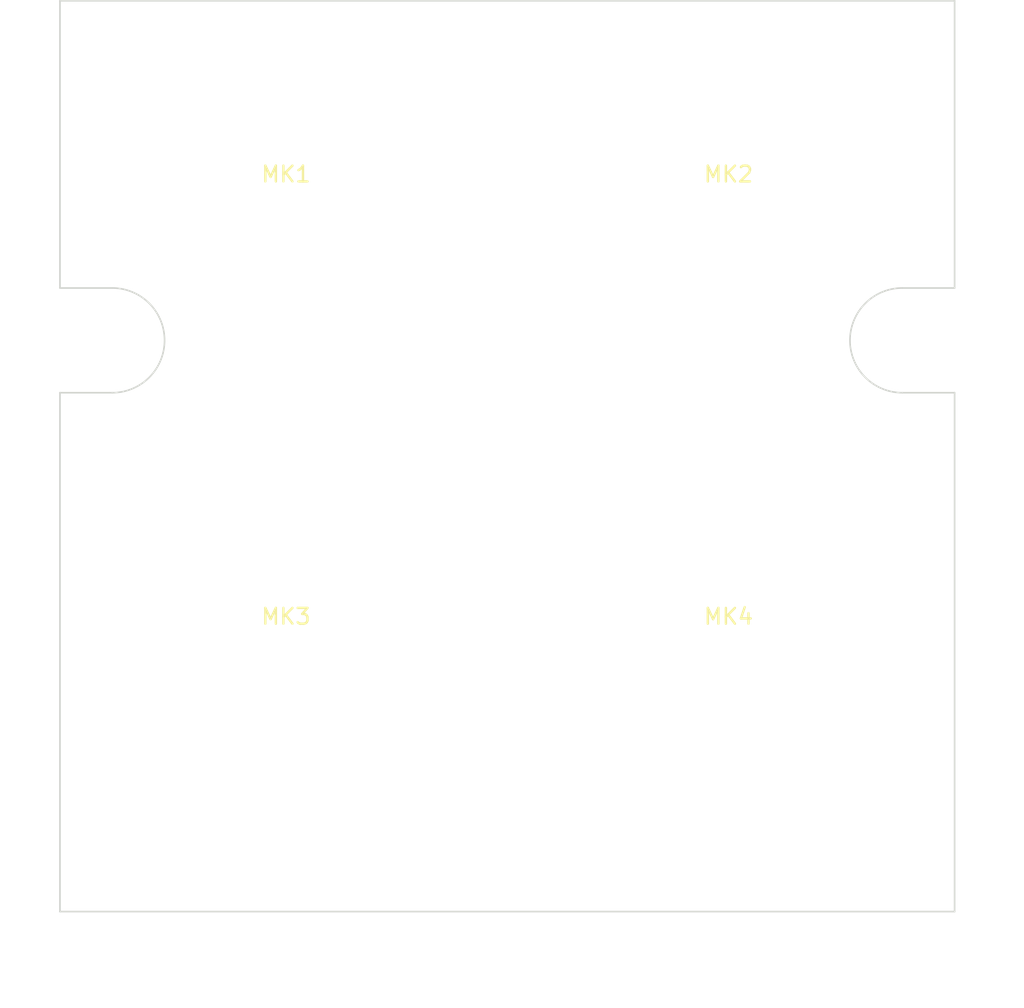
<source format=kicad_pcb>
(kicad_pcb (version 20171130) (host pcbnew no-vcs-found-c6d0075~61~ubuntu16.04.1)

  (general
    (thickness 1.6)
    (drawings 15)
    (tracks 0)
    (zones 0)
    (modules 4)
    (nets 5)
  )

  (page A)
  (title_block
    (title "Enter Title On Page Setting Dialog")
    (rev 1)
    (company "Ashton Johnson")
  )

  (layers
    (0 F.Cu signal)
    (31 B.Cu signal)
    (33 F.Adhes user)
    (35 F.Paste user)
    (37 F.SilkS user)
    (39 F.Mask user)
    (40 Dwgs.User user)
    (41 Cmts.User user)
    (42 Eco1.User user)
    (43 Eco2.User user)
    (44 Edge.Cuts user)
    (45 Margin user)
    (47 F.CrtYd user)
    (49 F.Fab user)
  )

  (setup
    (last_trace_width 0.381)
    (user_trace_width 0.1524)
    (user_trace_width 0.2032)
    (user_trace_width 0.254)
    (user_trace_width 0.381)
    (user_trace_width 0.508)
    (user_trace_width 0.635)
    (user_trace_width 0.889)
    (user_trace_width 1.27)
    (user_trace_width 2.974416)
    (trace_clearance 0.254)
    (zone_clearance 0.508)
    (zone_45_only yes)
    (trace_min 0.1524)
    (segment_width 0.2)
    (edge_width 0.1)
    (via_size 0.6858)
    (via_drill 0.3302)
    (via_min_size 0.6858)
    (via_min_drill 0.3302)
    (user_via 0.6858 0.3302)
    (uvia_size 254)
    (uvia_drill 127)
    (uvias_allowed no)
    (uvia_min_size 0)
    (uvia_min_drill 0)
    (pcb_text_width 0.3)
    (pcb_text_size 1.5 1.5)
    (mod_edge_width 0.15)
    (mod_text_size 1 1)
    (mod_text_width 0.15)
    (pad_size 3.2 3.2)
    (pad_drill 3.2)
    (pad_to_mask_clearance 0.0762)
    (aux_axis_origin 130 100)
    (grid_origin 130 100)
    (visible_elements 7FFFFFFF)
    (pcbplotparams
      (layerselection 0x010a8_80000001)
      (usegerberextensions true)
      (usegerberattributes true)
      (usegerberadvancedattributes false)
      (creategerberjobfile false)
      (excludeedgelayer true)
      (linewidth 0.100000)
      (plotframeref false)
      (viasonmask false)
      (mode 1)
      (useauxorigin false)
      (hpglpennumber 1)
      (hpglpenspeed 20)
      (hpglpendiameter 15)
      (psnegative false)
      (psa4output false)
      (plotreference true)
      (plotvalue true)
      (plotinvisibletext false)
      (padsonsilk false)
      (subtractmaskfromsilk true)
      (outputformat 1)
      (mirror false)
      (drillshape 0)
      (scaleselection 1)
      (outputdirectory ""))
  )

  (net 0 "")
  (net 1 "Net-(MK1-Pad1)")
  (net 2 "Net-(MK2-Pad1)")
  (net 3 "Net-(MK3-Pad1)")
  (net 4 "Net-(MK4-Pad1)")

  (net_class Default "This is the default net class."
    (clearance 0.254)
    (trace_width 0.381)
    (via_dia 0.6858)
    (via_drill 0.3302)
    (uvia_dia 254)
    (uvia_drill 127)
    (add_net "Net-(MK1-Pad1)")
    (add_net "Net-(MK2-Pad1)")
    (add_net "Net-(MK3-Pad1)")
    (add_net "Net-(MK4-Pad1)")
  )

  (module Mounting_Holes:MountingHole_3.2mm_M3_ISO7380 locked (layer F.Cu) (tedit 56D1B4CB) (tstamp 5A6CF857)
    (at 115.695 124.647)
    (descr "Mounting Hole 3.2mm, no annular, M3, ISO7380")
    (tags "mounting hole 3.2mm no annular m3 iso7380")
    (path /5867236D)
    (attr virtual)
    (fp_text reference MK4 (at 0 -3.85) (layer F.SilkS)
      (effects (font (size 1 1) (thickness 0.15)))
    )
    (fp_text value Mounting_Hole (at 0 3.85) (layer F.Fab)
      (effects (font (size 1 1) (thickness 0.15)))
    )
    (fp_text user %R (at 0.3 0) (layer F.Fab)
      (effects (font (size 1 1) (thickness 0.15)))
    )
    (fp_circle (center 0 0) (end 2.85 0) (layer Cmts.User) (width 0.15))
    (fp_circle (center 0 0) (end 3.1 0) (layer F.CrtYd) (width 0.05))
    (pad 1 np_thru_hole circle (at 0 0) (size 3.2 3.2) (drill 3.2) (layers *.Cu *.Mask)
      (net 4 "Net-(MK4-Pad1)"))
  )

  (module Mounting_Holes:MountingHole_3.2mm_M3_ISO7380 locked (layer F.Cu) (tedit 56D1B4CB) (tstamp 5A6CF850)
    (at 87.695 124.647)
    (descr "Mounting Hole 3.2mm, no annular, M3, ISO7380")
    (tags "mounting hole 3.2mm no annular m3 iso7380")
    (path /58672295)
    (attr virtual)
    (fp_text reference MK3 (at 0 -3.85) (layer F.SilkS)
      (effects (font (size 1 1) (thickness 0.15)))
    )
    (fp_text value Mounting_Hole (at 0 3.85) (layer F.Fab)
      (effects (font (size 1 1) (thickness 0.15)))
    )
    (fp_circle (center 0 0) (end 3.1 0) (layer F.CrtYd) (width 0.05))
    (fp_circle (center 0 0) (end 2.85 0) (layer Cmts.User) (width 0.15))
    (fp_text user %R (at 0.3 0) (layer F.Fab)
      (effects (font (size 1 1) (thickness 0.15)))
    )
    (pad 1 np_thru_hole circle (at 0 0) (size 3.2 3.2) (drill 3.2) (layers *.Cu *.Mask)
      (net 3 "Net-(MK3-Pad1)"))
  )

  (module Mounting_Holes:MountingHole_3.2mm_M3_ISO7380 locked (layer F.Cu) (tedit 56D1B4CB) (tstamp 5A6CF849)
    (at 115.695 96.647)
    (descr "Mounting Hole 3.2mm, no annular, M3, ISO7380")
    (tags "mounting hole 3.2mm no annular m3 iso7380")
    (path /586722B5)
    (attr virtual)
    (fp_text reference MK2 (at 0 -3.85) (layer F.SilkS)
      (effects (font (size 1 1) (thickness 0.15)))
    )
    (fp_text value Mounting_Hole (at 0 3.85) (layer F.Fab)
      (effects (font (size 1 1) (thickness 0.15)))
    )
    (fp_text user %R (at 0.3 0) (layer F.Fab)
      (effects (font (size 1 1) (thickness 0.15)))
    )
    (fp_circle (center 0 0) (end 2.85 0) (layer Cmts.User) (width 0.15))
    (fp_circle (center 0 0) (end 3.1 0) (layer F.CrtYd) (width 0.05))
    (pad 1 np_thru_hole circle (at 0 0) (size 3.2 3.2) (drill 3.2) (layers *.Cu *.Mask)
      (net 2 "Net-(MK2-Pad1)"))
  )

  (module Mounting_Holes:MountingHole_3.2mm_M3_ISO7380 locked (layer F.Cu) (tedit 56D1B4CB) (tstamp 5A6CF842)
    (at 87.695 96.647)
    (descr "Mounting Hole 3.2mm, no annular, M3, ISO7380")
    (tags "mounting hole 3.2mm no annular m3 iso7380")
    (path /5867217E)
    (attr virtual)
    (fp_text reference MK1 (at 0 -3.85) (layer F.SilkS)
      (effects (font (size 1 1) (thickness 0.15)))
    )
    (fp_text value Mounting_Hole (at 0 3.85) (layer F.Fab)
      (effects (font (size 1 1) (thickness 0.15)))
    )
    (fp_circle (center 0 0) (end 3.1 0) (layer F.CrtYd) (width 0.05))
    (fp_circle (center 0 0) (end 2.85 0) (layer Cmts.User) (width 0.15))
    (fp_text user %R (at 0.3 0) (layer F.Fab)
      (effects (font (size 1 1) (thickness 0.15)))
    )
    (pad 1 np_thru_hole circle (at 0 0) (size 3.2 3.2) (drill 3.2) (layers *.Cu *.Mask)
      (net 1 "Net-(MK1-Pad1)"))
  )

  (gr_text "NO CONNECTORS " (at 71 108 90) (layer Dwgs.User) (tstamp 581163A4)
    (effects (font (size 1.5 1.5) (thickness 0.3)))
  )
  (gr_text "NO CONNECTORS " (at 133 108 90) (layer Dwgs.User)
    (effects (font (size 1.5 1.5) (thickness 0.3)))
  )
  (gr_text "RIGHT ANGLE CONNECTORS ON \nFRONT AND BACK ONLY" (at 102 143) (layer Dwgs.User)
    (effects (font (size 1.5 1.5) (thickness 0.3)))
  )
  (gr_arc (start 126.695 103.315) (end 126.695 106.63) (angle 180) (layer Edge.Cuts) (width 0.1))
  (gr_arc (start 76.695 103.315) (end 76.695 100) (angle 180) (layer Edge.Cuts) (width 0.1))
  (gr_line (start 73.39 81.817) (end 73.39 100) (layer Edge.Cuts) (width 0.1))
  (gr_line (start 130 81.817) (end 73.39 81.817) (layer Edge.Cuts) (width 0.1))
  (gr_line (start 73.39 139.477) (end 130 139.477) (layer Edge.Cuts) (width 0.1))
  (gr_line (start 73.39 106.63) (end 73.39 139.477) (layer Edge.Cuts) (width 0.1))
  (gr_line (start 126.695 100) (end 130 100) (layer Edge.Cuts) (width 0.1))
  (gr_line (start 130 139.477) (end 130 106.63) (layer Edge.Cuts) (width 0.1))
  (gr_line (start 76.695 106.63) (end 73.39 106.63) (layer Edge.Cuts) (width 0.1))
  (gr_line (start 130 106.63) (end 126.695 106.63) (layer Edge.Cuts) (width 0.1))
  (gr_line (start 73.39 100) (end 76.695 100) (layer Edge.Cuts) (width 0.1))
  (gr_line (start 130 100) (end 130 81.817) (layer Edge.Cuts) (width 0.1))

)

</source>
